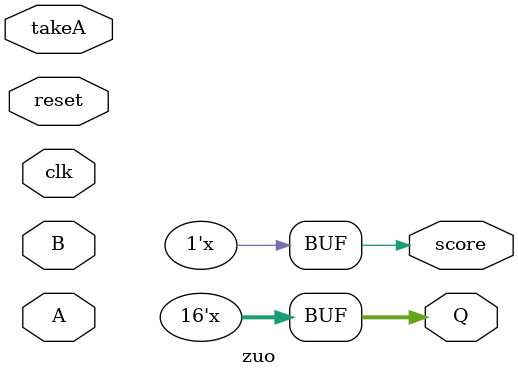
<source format=v>
module zuo(A,takeA,B,reset,Q,score,clk);
input A,takeA,B,reset,clk;
output score;
output [15:0]Q;//[3:0]
reg score;
reg [15:0]Q;
reg [1:0]state;
reg [3:0]state1;
parameter taking=2'b00,pause=2'b01,move=2'b10,judge=2'b11;
always@ (A or takeA or B)
begin
	if(state==judge && takeA==1 && A==0 && B==0)
		state<=taking;
	else if(state==taking && A==1)
				begin state<=move;
						score=0; 
				end
			else if(state==move && B==1)
			         state<=judge;
					else 
					   state<=state;       //?????
end

always@ (state)
begin
	case(state)
	judge://judge状态直接进入pause
	begin
		if(Q==16'b1111111111111101)//(q=4'b1110)
				score=1;
	end
	
	taking:
	begin
		Q=16'b1011111111111111;
		state<=move;
	end
	
   pause:
	Q=1111111111111111;//q=q1
	endcase
end
		
always@(posedge clk)
begin
	if(state==move)
		//if(reset)
		case(state1)
		0:begin Q=16'b1011111111111111;state1<=1;end
		1:begin Q=16'b1101111111111111;state1<=2;end
		2:begin Q=16'b1110111111111111;state1<=3;end
		3:begin Q=16'b1111011111111111;state1<=4;end
		4:begin Q=16'b1111101111111111;state1<=5;end
		5:begin Q=16'b1111110111111111;state1<=6;end
		6:begin Q=16'b1111111011111111;state1<=7;end
		7:begin Q=16'b1111111101111111;state1<=8;end
		8:begin Q=16'b1111111110111111;state1<=9;end
		9:begin Q=16'b1111111111011111;state1<=10;end
	   10:begin Q=16'b1111111111101111;state1<=11;end
		11:begin Q=16'b1111111111110111;state1<=12;end
		12:begin Q=16'b1111111111111011;state1<=13;end
		13:begin Q=16'b1111111111111101;state1<=14;end
		14:begin Q=16'b1111111111111110;state1<=15;end
		endcase
end
endmodule

	
	

</source>
